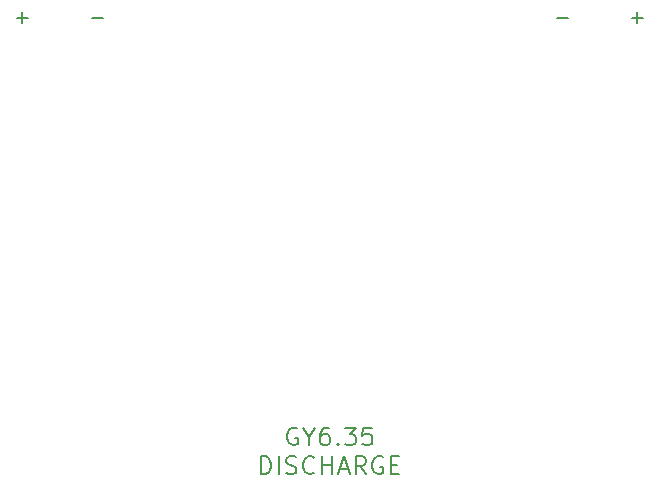
<source format=gbr>
%TF.GenerationSoftware,KiCad,Pcbnew,(5.1.9)-1*%
%TF.CreationDate,2022-05-15T15:17:23+01:00*%
%TF.ProjectId,Halogen discharger,48616c6f-6765-46e2-9064-697363686172,rev?*%
%TF.SameCoordinates,Original*%
%TF.FileFunction,Legend,Top*%
%TF.FilePolarity,Positive*%
%FSLAX46Y46*%
G04 Gerber Fmt 4.6, Leading zero omitted, Abs format (unit mm)*
G04 Created by KiCad (PCBNEW (5.1.9)-1) date 2022-05-15 15:17:23*
%MOMM*%
%LPD*%
G01*
G04 APERTURE LIST*
%ADD10C,0.200000*%
G04 APERTURE END LIST*
D10*
X183057857Y-104225714D02*
X183972142Y-104225714D01*
X183515000Y-104682857D02*
X183515000Y-103768571D01*
X176707857Y-104225714D02*
X177622142Y-104225714D01*
X137337857Y-104225714D02*
X138252142Y-104225714D01*
X130987857Y-104225714D02*
X131902142Y-104225714D01*
X131445000Y-104682857D02*
X131445000Y-103768571D01*
X154730000Y-138995000D02*
X154587142Y-138923571D01*
X154372857Y-138923571D01*
X154158571Y-138995000D01*
X154015714Y-139137857D01*
X153944285Y-139280714D01*
X153872857Y-139566428D01*
X153872857Y-139780714D01*
X153944285Y-140066428D01*
X154015714Y-140209285D01*
X154158571Y-140352142D01*
X154372857Y-140423571D01*
X154515714Y-140423571D01*
X154730000Y-140352142D01*
X154801428Y-140280714D01*
X154801428Y-139780714D01*
X154515714Y-139780714D01*
X155730000Y-139709285D02*
X155730000Y-140423571D01*
X155230000Y-138923571D02*
X155730000Y-139709285D01*
X156230000Y-138923571D01*
X157372857Y-138923571D02*
X157087142Y-138923571D01*
X156944285Y-138995000D01*
X156872857Y-139066428D01*
X156730000Y-139280714D01*
X156658571Y-139566428D01*
X156658571Y-140137857D01*
X156730000Y-140280714D01*
X156801428Y-140352142D01*
X156944285Y-140423571D01*
X157230000Y-140423571D01*
X157372857Y-140352142D01*
X157444285Y-140280714D01*
X157515714Y-140137857D01*
X157515714Y-139780714D01*
X157444285Y-139637857D01*
X157372857Y-139566428D01*
X157230000Y-139495000D01*
X156944285Y-139495000D01*
X156801428Y-139566428D01*
X156730000Y-139637857D01*
X156658571Y-139780714D01*
X158158571Y-140280714D02*
X158230000Y-140352142D01*
X158158571Y-140423571D01*
X158087142Y-140352142D01*
X158158571Y-140280714D01*
X158158571Y-140423571D01*
X158730000Y-138923571D02*
X159658571Y-138923571D01*
X159158571Y-139495000D01*
X159372857Y-139495000D01*
X159515714Y-139566428D01*
X159587142Y-139637857D01*
X159658571Y-139780714D01*
X159658571Y-140137857D01*
X159587142Y-140280714D01*
X159515714Y-140352142D01*
X159372857Y-140423571D01*
X158944285Y-140423571D01*
X158801428Y-140352142D01*
X158730000Y-140280714D01*
X161015714Y-138923571D02*
X160301428Y-138923571D01*
X160230000Y-139637857D01*
X160301428Y-139566428D01*
X160444285Y-139495000D01*
X160801428Y-139495000D01*
X160944285Y-139566428D01*
X161015714Y-139637857D01*
X161087142Y-139780714D01*
X161087142Y-140137857D01*
X161015714Y-140280714D01*
X160944285Y-140352142D01*
X160801428Y-140423571D01*
X160444285Y-140423571D01*
X160301428Y-140352142D01*
X160230000Y-140280714D01*
X151658571Y-142873571D02*
X151658571Y-141373571D01*
X152015714Y-141373571D01*
X152230000Y-141445000D01*
X152372857Y-141587857D01*
X152444285Y-141730714D01*
X152515714Y-142016428D01*
X152515714Y-142230714D01*
X152444285Y-142516428D01*
X152372857Y-142659285D01*
X152230000Y-142802142D01*
X152015714Y-142873571D01*
X151658571Y-142873571D01*
X153158571Y-142873571D02*
X153158571Y-141373571D01*
X153801428Y-142802142D02*
X154015714Y-142873571D01*
X154372857Y-142873571D01*
X154515714Y-142802142D01*
X154587142Y-142730714D01*
X154658571Y-142587857D01*
X154658571Y-142445000D01*
X154587142Y-142302142D01*
X154515714Y-142230714D01*
X154372857Y-142159285D01*
X154087142Y-142087857D01*
X153944285Y-142016428D01*
X153872857Y-141945000D01*
X153801428Y-141802142D01*
X153801428Y-141659285D01*
X153872857Y-141516428D01*
X153944285Y-141445000D01*
X154087142Y-141373571D01*
X154444285Y-141373571D01*
X154658571Y-141445000D01*
X156158571Y-142730714D02*
X156087142Y-142802142D01*
X155872857Y-142873571D01*
X155730000Y-142873571D01*
X155515714Y-142802142D01*
X155372857Y-142659285D01*
X155301428Y-142516428D01*
X155230000Y-142230714D01*
X155230000Y-142016428D01*
X155301428Y-141730714D01*
X155372857Y-141587857D01*
X155515714Y-141445000D01*
X155730000Y-141373571D01*
X155872857Y-141373571D01*
X156087142Y-141445000D01*
X156158571Y-141516428D01*
X156801428Y-142873571D02*
X156801428Y-141373571D01*
X156801428Y-142087857D02*
X157658571Y-142087857D01*
X157658571Y-142873571D02*
X157658571Y-141373571D01*
X158301428Y-142445000D02*
X159015714Y-142445000D01*
X158158571Y-142873571D02*
X158658571Y-141373571D01*
X159158571Y-142873571D01*
X160515714Y-142873571D02*
X160015714Y-142159285D01*
X159658571Y-142873571D02*
X159658571Y-141373571D01*
X160230000Y-141373571D01*
X160372857Y-141445000D01*
X160444285Y-141516428D01*
X160515714Y-141659285D01*
X160515714Y-141873571D01*
X160444285Y-142016428D01*
X160372857Y-142087857D01*
X160230000Y-142159285D01*
X159658571Y-142159285D01*
X161944285Y-141445000D02*
X161801428Y-141373571D01*
X161587142Y-141373571D01*
X161372857Y-141445000D01*
X161230000Y-141587857D01*
X161158571Y-141730714D01*
X161087142Y-142016428D01*
X161087142Y-142230714D01*
X161158571Y-142516428D01*
X161230000Y-142659285D01*
X161372857Y-142802142D01*
X161587142Y-142873571D01*
X161730000Y-142873571D01*
X161944285Y-142802142D01*
X162015714Y-142730714D01*
X162015714Y-142230714D01*
X161730000Y-142230714D01*
X162658571Y-142087857D02*
X163158571Y-142087857D01*
X163372857Y-142873571D02*
X162658571Y-142873571D01*
X162658571Y-141373571D01*
X163372857Y-141373571D01*
M02*

</source>
